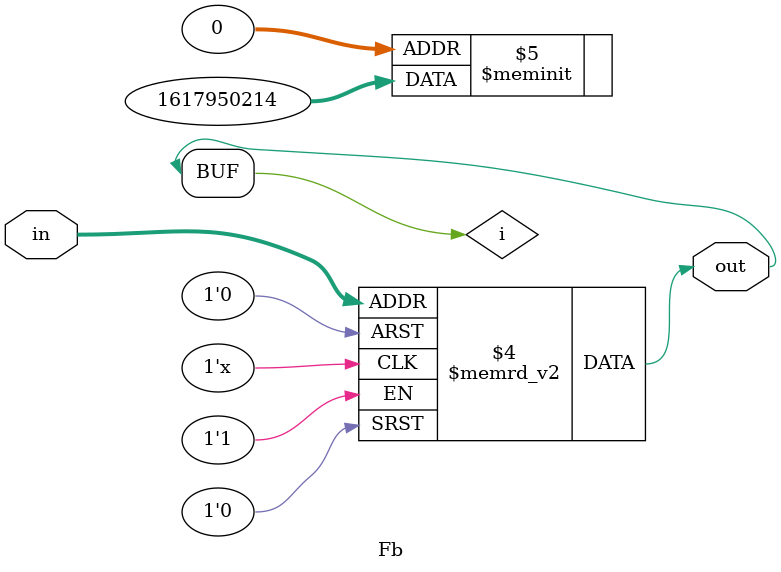
<source format=v>
/******************************************************************************

  Функция Fb для ядра DST40.

  Реализована полностью комбинаторно.

******************************************************************************/

module Fb
(
  input   [4:0] in,
  output        out
);


reg     i;
assign  out = i;

always  @( in )
begin
  case( in )
    5'b 00000: i = 0;
    5'b 00001: i = 1;
    5'b 00010: i = 1;
    5'b 00011: i = 0;
    5'b 00100: i = 0;
    5'b 00101: i = 0;
    5'b 00110: i = 0;
    5'b 00111: i = 0;
    5'b 01000: i = 0;
    5'b 01001: i = 1;
    5'b 01010: i = 1;
    5'b 01011: i = 0;
    5'b 01100: i = 1;
    5'b 01101: i = 1;
    5'b 01110: i = 1;
    5'b 01111: i = 1;
    5'b 10000: i = 1;
    5'b 10001: i = 1;
    5'b 10010: i = 1;
    5'b 10011: i = 1;
    5'b 10100: i = 0;
    5'b 10101: i = 1;
    5'b 10110: i = 1;
    5'b 10111: i = 0;
    5'b 11000: i = 0;
    5'b 11001: i = 0;
    5'b 11010: i = 0;
    5'b 11011: i = 0;
    5'b 11100: i = 0;
    5'b 11101: i = 1;
    5'b 11110: i = 1;
    default  : i = 0;
  endcase
end

endmodule

</source>
